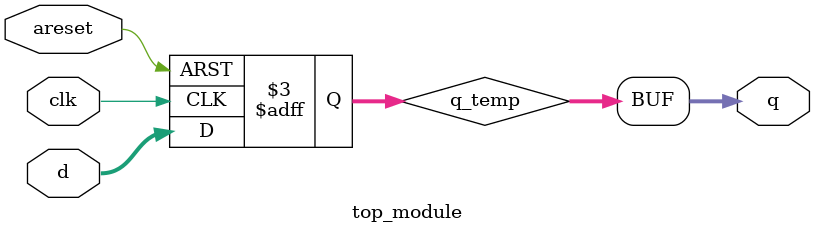
<source format=sv>
module top_module(
    input clk,
    input [7:0] d,
    input areset,
    output reg [7:0] q);

    reg [7:0] q_temp;

    always @(posedge clk or negedge areset) begin
        if (areset == 0)
            q_temp <= 8'b0;
        else
            q_temp <= d;
    end

    assign q = q_temp;

endmodule

</source>
